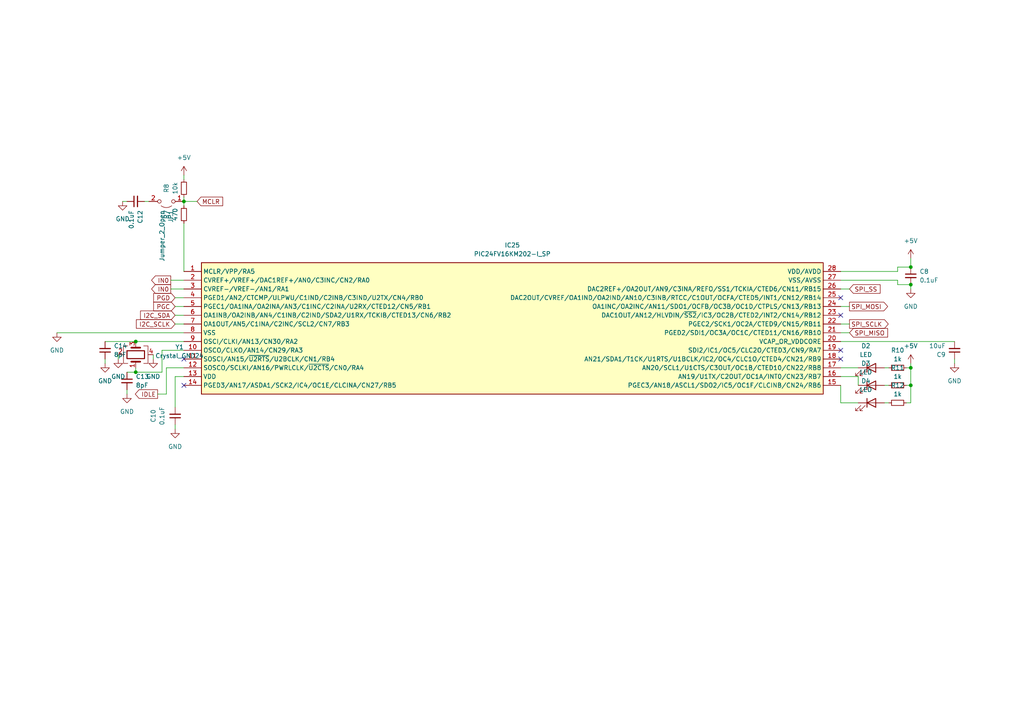
<source format=kicad_sch>
(kicad_sch (version 20230121) (generator eeschema)
  (paper "A4")
  (lib_symbols
    (symbol "Device:C_Small" (pin_numbers hide) (pin_names (offset 0.254) hide)
      (property "Reference" "C" (at 0.254 1.778 0))
      (property "Value" "C_Small" (at 0.254 -2.032 0))
      (symbol "C_Small_0_1"
        (polyline (pts (xy -1.524 -0.508) (xy 1.524 -0.508)) (stroke (width 0.3302)))
        (polyline (pts (xy -1.524 0.508) (xy 1.524 0.508)) (stroke (width 0.3048)))
      )
      (symbol "C_Small_1_1"
        (pin passive line (at 0 2.54 270) (length 2.032) (name "~") (number "1"))
        (pin passive line (at 0 -2.54 90) (length 2.032) (name "~") (number "2"))
      )
    )
    (symbol "Device:Crystal_GND24" (pin_names (offset 1.016) hide)
      (property "Reference" "Y" (at 3.175 5.08 0))
      (property "Value" "Crystal_GND24" (at 3.175 3.175 0))
      (symbol "Crystal_GND24_0_1"
        (rectangle (start -1.143 2.54) (end 1.143 -2.54) (stroke (width 0.3048)))
        (polyline (pts (xy -2.54 0) (xy -2.032 0)))
        (polyline (pts (xy -2.032 -1.27) (xy -2.032 1.27)) (stroke (width 0.508)))
        (polyline (pts (xy 0 -3.81) (xy 0 -3.556)))
        (polyline (pts (xy 0 3.556) (xy 0 3.81)))
        (polyline (pts (xy 2.032 -1.27) (xy 2.032 1.27)) (stroke (width 0.508)))
        (polyline (pts (xy 2.032 0) (xy 2.54 0)))
        (polyline (pts (xy -2.54 -2.286) (xy -2.54 -3.556) (xy 2.54 -3.556) (xy 2.54 -2.286)))
        (polyline (pts (xy -2.54 2.286) (xy -2.54 3.556) (xy 2.54 3.556) (xy 2.54 2.286)))
      )
      (symbol "Crystal_GND24_1_1"
        (pin passive line (at -3.81 0 0) (length 1.27) (name "1") (number "1"))
        (pin passive line (at 0 5.08 270) (length 1.27) (name "2") (number "2"))
        (pin passive line (at 3.81 0 180) (length 1.27) (name "3") (number "3"))
        (pin passive line (at 0 -5.08 90) (length 1.27) (name "4") (number "4"))
      )
    )
    (symbol "Device:LED" (pin_numbers hide) (pin_names (offset 1.016) hide)
      (property "Reference" "D" (at 0 2.54 0))
      (property "Value" "LED" (at 0 -2.54 0))
      (symbol "LED_0_1"
        (polyline (pts (xy -1.27 -1.27) (xy -1.27 1.27)) (stroke (width 0.254)))
        (polyline (pts (xy -1.27 0) (xy 1.27 0)))
        (polyline (pts (xy 1.27 -1.27) (xy 1.27 1.27) (xy -1.27 0) (xy 1.27 -1.27)) (stroke (width 0.254)))
        (polyline (pts (xy -3.048 -0.762) (xy -4.572 -2.286) (xy -3.81 -2.286) (xy -4.572 -2.286) (xy -4.572 -1.524)))
        (polyline (pts (xy -1.778 -0.762) (xy -3.302 -2.286) (xy -2.54 -2.286) (xy -3.302 -2.286) (xy -3.302 -1.524)))
      )
      (symbol "LED_1_1"
        (pin passive line (at -3.81 0 0) (length 2.54) (name "K") (number "1"))
        (pin passive line (at 3.81 0 180) (length 2.54) (name "A") (number "2"))
      )
    )
    (symbol "Device:R_Small" (pin_numbers hide) (pin_names (offset 0.254) hide)
      (property "Reference" "R" (at 0.762 0.508 0))
      (property "Value" "R_Small" (at 0.762 -1.016 0))
      (symbol "R_Small_0_1"
        (rectangle (start -0.762 1.778) (end 0.762 -1.778) (stroke (width 0.2032)))
      )
      (symbol "R_Small_1_1"
        (pin passive line (at 0 2.54 270) (length 0.762) (name "~") (number "1"))
        (pin passive line (at 0 -2.54 90) (length 0.762) (name "~") (number "2"))
      )
    )
    (symbol "Jumper:Jumper_2_Open" (pin_names (offset 0) hide)
      (property "Reference" "JP" (at 0 2.794 0))
      (property "Value" "Jumper_2_Open" (at 0 -2.286 0))
      (symbol "Jumper_2_Open_0_0"
        (circle (center -2.032 0) (radius 0.508))
        (circle (center 2.032 0) (radius 0.508))
      )
      (symbol "Jumper_2_Open_0_1"
        (arc (start 1.524 1.27) (mid 0 1.778) (end -1.524 1.27))
      )
      (symbol "Jumper_2_Open_1_1"
        (pin passive line (at -5.08 0 0) (length 2.54) (name "A") (number "1"))
        (pin passive line (at 5.08 0 180) (length 2.54) (name "B") (number "2"))
      )
    )
    (symbol "PIC24FV16KM202-I_SP:PIC24FV16KM202-I_SP"
      (property "Reference" "IC" (at 186.69 7.62 0))
      (property "Value" "PIC24FV16KM202-I_SP" (at 186.69 5.08 0))
      (symbol "PIC24FV16KM202-I_SP_1_1"
        (rectangle (start 5.08 2.54) (end 185.42 -35.56) (stroke (width 0.254)) (fill (type background)))
        (pin passive line (at 0 0 0) (length 5.08) (name "MCLR/VPP/RA5") (number "1"))
        (pin bidirectional line (at 0 -22.86 0) (length 5.08) (name "OSCO/CLKO/AN14/CN29/RA3") (number "10"))
        (pin bidirectional line (at 0 -25.4 0) (length 5.08) (name "SOSCI/AN15/~{U2RTS}/U2BCLK/CN1/RB4") (number "11"))
        (pin bidirectional line (at 0 -27.94 0) (length 5.08) (name "SOSCO/SCLKI/AN16/PWRLCLK/~{U2CTS}/CN0/RA4") (number "12"))
        (pin power_in line (at 0 -30.48 0) (length 5.08) (name "VDD") (number "13"))
        (pin bidirectional line (at 0 -33.02 0) (length 5.08) (name "PGED3/AN17/ASDA1/SCK2/IC4/OC1E/CLCINA/CN27/RB5") (number "14"))
        (pin bidirectional line (at 190.5 -33.02 180) (length 5.08) (name "PGEC3/AN18/ASCL1/SDO2/IC5/OC1F/CLCINB/CN24/RB6") (number "15"))
        (pin bidirectional line (at 190.5 -30.48 180) (length 5.08) (name "AN19/U1TX/C2OUT/OC1A/INT0/CN23/RB7") (number "16"))
        (pin bidirectional line (at 190.5 -27.94 180) (length 5.08) (name "AN20/SCL1/U1CTS/C3OUT/OC1B/CTED10/CN22/RB8") (number "17"))
        (pin bidirectional line (at 190.5 -25.4 180) (length 5.08) (name "AN21/SDA1/T1CK/U1RTS/U1BCLK/IC2/OC4/CLC1O/CTED4/CN21/RB9") (number "18"))
        (pin bidirectional line (at 190.5 -22.86 180) (length 5.08) (name "SDI2/IC1/OC5/CLC2O/CTED3/CN9/RA7") (number "19"))
        (pin bidirectional line (at 0 -2.54 0) (length 5.08) (name "CVREF+/VREF+/DAC1REF+/AN0/C3INC/CN2/RA0") (number "2"))
        (pin passive line (at 190.5 -20.32 180) (length 5.08) (name "VCAP_OR_VDDCORE") (number "20"))
        (pin bidirectional line (at 190.5 -17.78 180) (length 5.08) (name "PGED2/SDI1/OC3A/OC1C/CTED11/CN16/RB10") (number "21"))
        (pin bidirectional line (at 190.5 -15.24 180) (length 5.08) (name "PGEC2/SCK1/OC2A/CTED9/CN15/RB11") (number "22"))
        (pin bidirectional line (at 190.5 -12.7 180) (length 5.08) (name "DAC1OUT/AN12/HLVDIN/~{SS2}/IC3/OC2B/CTED2/INT2/CN14/RB12") (number "23"))
        (pin bidirectional line (at 190.5 -10.16 180) (length 5.08) (name "OA1INC/OA2INC/AN11/SDO1/OCFB/OC3B/OC1D/CTPLS/CN13/RB13") (number "24"))
        (pin bidirectional line (at 190.5 -7.62 180) (length 5.08) (name "DAC2OUT/CVREF/OA1IND/OA2IND/AN10/C3INB/RTCC/C1OUT/OCFA/CTED5/INT1/CN12/RB14") (number "25"))
        (pin bidirectional line (at 190.5 -5.08 180) (length 5.08) (name "DAC2REF+/OA2OUT/AN9/C3INA/REFO/SS1/TCKIA/CTED6/CN11/RB15") (number "26"))
        (pin power_in line (at 190.5 -2.54 180) (length 5.08) (name "VSS/AVSS") (number "27"))
        (pin power_in line (at 190.5 0 180) (length 5.08) (name "VDD/AVDD") (number "28"))
        (pin bidirectional line (at 0 -5.08 0) (length 5.08) (name "CVREF-/VREF-/AN1/RA1") (number "3"))
        (pin bidirectional line (at 0 -7.62 0) (length 5.08) (name "PGED1/AN2/CTCMP/ULPWU/C1IND/C2INB/C3IND/U2TX/CN4/RB0") (number "4"))
        (pin bidirectional line (at 0 -10.16 0) (length 5.08) (name "PGEC1/OA1INA/OA2INA/AN3/C1INC/C2INA/U2RX/CTED12/CN5/RB1") (number "5"))
        (pin bidirectional line (at 0 -12.7 0) (length 5.08) (name "OA1INB/OA2INB/AN4/C1INB/C2IND/SDA2/U1RX/TCKIB/CTED13/CN6/RB2") (number "6"))
        (pin bidirectional line (at 0 -15.24 0) (length 5.08) (name "OA1OUT/AN5/C1INA/C2INC/SCL2/CN7/RB3") (number "7"))
        (pin power_in line (at 0 -17.78 0) (length 5.08) (name "VSS") (number "8"))
        (pin bidirectional line (at 0 -20.32 0) (length 5.08) (name "OSCI/CLKI/AN13/CN30/RA2") (number "9"))
      )
    )
    (symbol "power:+5V" (power) (pin_names (offset 0))
      (property "Value" "+5V" (at 0 3.556 0))
      (symbol "+5V_0_1"
        (polyline (pts (xy -0.762 1.27) (xy 0 2.54)))
        (polyline (pts (xy 0 0) (xy 0 2.54)))
        (polyline (pts (xy 0 2.54) (xy 0.762 1.27)))
      )
      (symbol "+5V_1_1"
        (pin power_in line (at 0 0 90) (length 0) hide (name "+5V") (number "1"))
      )
    )
    (symbol "power:GND" (power) (pin_names (offset 0))
      (property "Value" "GND" (at 0 -3.81 0))
      (symbol "GND_0_1"
        (polyline (pts (xy 0 0) (xy 0 -1.27) (xy 1.27 -1.27) (xy 0 -2.54) (xy -1.27 -1.27) (xy 0 -1.27)))
      )
      (symbol "GND_1_1"
        (pin power_in line (at 0 0 270) (length 0) hide (name "GND") (number "1"))
      )
    )
  )
  (junction (at 53.34 58.42))
  (junction (at 39.37 99.06))
  (junction (at 264.16 111.76))
  (junction (at 264.16 106.68))
  (junction (at 264.16 77.47))
  (junction (at 39.37 107.95))
  (junction (at 264.16 82.55))
  (no_connect (at 243.84 104.14))
  (no_connect (at 53.34 111.76))
  (no_connect (at 243.84 101.6))
  (no_connect (at 53.34 104.14))
  (no_connect (at 243.84 91.44))
  (no_connect (at 243.84 86.36))
  (wire (pts (xy 49.53 83.82) (xy 53.34 83.82)))
  (wire (pts (xy 30.48 99.06) (xy 39.37 99.06)))
  (wire (pts (xy 260.35 82.55) (xy 264.16 82.55)))
  (wire (pts (xy 44.45 102.87) (xy 44.45 104.14)))
  (wire (pts (xy 243.84 116.84) (xy 248.92 116.84)))
  (wire (pts (xy 39.37 106.68) (xy 39.37 107.95)))
  (wire (pts (xy 243.84 106.68) (xy 248.92 106.68)))
  (wire (pts (xy 243.84 81.28) (xy 260.35 81.28)))
  (wire (pts (xy 243.84 99.06) (xy 276.86 99.06)))
  (wire (pts (xy 264.16 74.93) (xy 264.16 77.47)))
  (wire (pts (xy 45.72 114.3) (xy 48.26 114.3)))
  (wire (pts (xy 262.89 116.84) (xy 264.16 116.84)))
  (wire (pts (xy 39.37 107.95) (xy 46.99 107.95)))
  (wire (pts (xy 50.8 118.11) (xy 50.8 109.22)))
  (wire (pts (xy 50.8 93.98) (xy 53.34 93.98)))
  (wire (pts (xy 49.53 81.28) (xy 53.34 81.28)))
  (wire (pts (xy 248.92 109.22) (xy 248.92 111.76)))
  (wire (pts (xy 46.99 101.6) (xy 53.34 101.6)))
  (wire (pts (xy 16.51 96.52) (xy 53.34 96.52)))
  (wire (pts (xy 260.35 77.47) (xy 264.16 77.47)))
  (wire (pts (xy 243.84 111.76) (xy 243.84 116.84)))
  (wire (pts (xy 30.48 104.14) (xy 30.48 105.41)))
  (wire (pts (xy 262.89 106.68) (xy 264.16 106.68)))
  (wire (pts (xy 50.8 109.22) (xy 53.34 109.22)))
  (wire (pts (xy 243.84 93.98) (xy 246.38 93.98)))
  (wire (pts (xy 264.16 82.55) (xy 264.16 83.82)))
  (wire (pts (xy 243.84 78.74) (xy 260.35 78.74)))
  (wire (pts (xy 256.54 106.68) (xy 257.81 106.68)))
  (wire (pts (xy 36.83 58.42) (xy 35.56 58.42)))
  (wire (pts (xy 53.34 58.42) (xy 53.34 59.69)))
  (wire (pts (xy 48.26 106.68) (xy 53.34 106.68)))
  (wire (pts (xy 36.83 107.95) (xy 39.37 107.95)))
  (wire (pts (xy 276.86 104.14) (xy 276.86 105.41)))
  (wire (pts (xy 53.34 64.77) (xy 53.34 78.74)))
  (wire (pts (xy 246.38 96.52) (xy 243.84 96.52)))
  (wire (pts (xy 246.38 83.82) (xy 243.84 83.82)))
  (wire (pts (xy 43.18 58.42) (xy 41.91 58.42)))
  (wire (pts (xy 39.37 99.06) (xy 53.34 99.06)))
  (wire (pts (xy 48.26 106.68) (xy 48.26 114.3)))
  (wire (pts (xy 256.54 111.76) (xy 257.81 111.76)))
  (wire (pts (xy 264.16 111.76) (xy 264.16 116.84)))
  (wire (pts (xy 260.35 77.47) (xy 260.35 78.74)))
  (wire (pts (xy 53.34 58.42) (xy 57.15 58.42)))
  (wire (pts (xy 243.84 109.22) (xy 248.92 109.22)))
  (wire (pts (xy 50.8 91.44) (xy 53.34 91.44)))
  (wire (pts (xy 246.38 88.9) (xy 243.84 88.9)))
  (wire (pts (xy 50.8 123.19) (xy 50.8 124.46)))
  (wire (pts (xy 260.35 81.28) (xy 260.35 82.55)))
  (wire (pts (xy 36.83 113.03) (xy 36.83 114.3)))
  (wire (pts (xy 264.16 106.68) (xy 264.16 111.76)))
  (wire (pts (xy 50.8 86.36) (xy 53.34 86.36)))
  (wire (pts (xy 53.34 57.15) (xy 53.34 58.42)))
  (wire (pts (xy 50.8 88.9) (xy 53.34 88.9)))
  (wire (pts (xy 262.89 111.76) (xy 264.16 111.76)))
  (wire (pts (xy 34.29 102.87) (xy 34.29 104.14)))
  (wire (pts (xy 256.54 116.84) (xy 257.81 116.84)))
  (wire (pts (xy 46.99 107.95) (xy 46.99 101.6)))
  (wire (pts (xy 264.16 105.41) (xy 264.16 106.68)))
  (wire (pts (xy 53.34 52.07) (xy 53.34 50.8)))
  (global_label "I2C_SCLK" (shape input) (at 50.8 93.98 180) (property "Intersheetrefs" "${INTERSHEET_REFS}" (effects hide)))
  (global_label "I2C_SDA" (shape input) (at 50.8 91.44 180) (property "Intersheetrefs" "${INTERSHEET_REFS}" (effects hide)))
  (global_label "SPI_MOSI" (shape output) (at 246.38 88.9 0) (property "Intersheetrefs" "${INTERSHEET_REFS}" (effects hide)))
  (global_label "IN0" (shape output) (at 49.53 81.28 180) (property "Intersheetrefs" "${INTERSHEET_REFS}" (effects hide)))
  (global_label "SPI_MISO" (shape input) (at 246.38 96.52 0) (property "Intersheetrefs" "${INTERSHEET_REFS}" (effects hide)))
  (global_label "IDLE" (shape output) (at 45.72 114.3 180) (property "Intersheetrefs" "${INTERSHEET_REFS}" (effects hide)))
  (global_label "IN0" (shape output) (at 49.53 83.82 180) (property "Intersheetrefs" "${INTERSHEET_REFS}" (effects hide)))
  (global_label "SPI_SCLK" (shape output) (at 246.38 93.98 0) (property "Intersheetrefs" "${INTERSHEET_REFS}" (effects hide)))
  (global_label "SPI_SS" (shape input) (at 246.38 83.82 0) (property "Intersheetrefs" "${INTERSHEET_REFS}" (effects hide)))
  (global_label "MCLR" (shape input) (at 57.15 58.42 0) (property "Intersheetrefs" "${INTERSHEET_REFS}" (effects hide)))
  (global_label "PGD" (shape input) (at 50.8 86.36 180) (property "Intersheetrefs" "${INTERSHEET_REFS}" (effects hide)))
  (global_label "PGC" (shape input) (at 50.8 88.9 180) (property "Intersheetrefs" "${INTERSHEET_REFS}" (effects hide)))
  (symbol (lib_id "power:+5V") (at 264.16 105.41 0) (unit 1)
    (property "Reference" "#PWR053" (effects hide))
    (property "Value" "+5V" (at 264.16 100.33 0))
  )
  (symbol (lib_id "Device:R_Small") (at 53.34 54.61 0) (unit 1)
    (property "Reference" "R8" (at 48.26 54.61 90))
    (property "Value" "10k" (at 50.8 54.61 90))
    (property "Footprint" "Resistor_SMD:R_0805_2012Metric_Pad1.20x1.40mm_HandSolder" (effects hide))
    (instances (project "Resistor Bank Control Board" (path "" (reference "R8") (unit 1)) (path "" (reference "R7") (unit 1))))
  )
  (symbol (lib_id "Device:R_Small") (at 260.35 106.68 90) (unit 1)
    (property "Reference" "R10" (at 260.35 101.6 90))
    (property "Value" "1k" (at 260.35 104.14 90))
    (property "Footprint" "Resistor_SMD:R_0805_2012Metric_Pad1.20x1.40mm_HandSolder" (effects hide))
  )
  (symbol (lib_id "Jumper:Jumper_2_Open") (at 48.26 58.42 180) (unit 1)
    (property "Reference" "JP1" (at 49.53 60.96 90) (effects (justify left)))
    (property "Value" "Jumper_2_Open" (at 46.99 60.96 90) (effects (justify left)))
    (property "Footprint" "Library:HDRV2W67P0X254_1X2_508X241X858P" (effects hide))
  )
  (symbol (lib_id "power:+5V") (at 53.34 50.8 0) (unit 1)
    (property "Reference" "#PWR050" (effects hide))
    (property "Value" "+5V" (at 53.34 45.72 0))
  )
  (symbol (lib_id "Device:R_Small") (at 260.35 116.84 90) (unit 1)
    (property "Reference" "R12" (at 260.35 111.76 90))
    (property "Value" "1k" (at 260.35 114.3 90))
    (property "Footprint" "Resistor_SMD:R_0805_2012Metric_Pad1.20x1.40mm_HandSolder" (effects hide))
  )
  (symbol (lib_id "Device:LED") (at 252.73 106.68 0) (unit 1)
    (property "Reference" "D2" (at 251.1425 100.33 0))
    (property "Value" "LED" (at 251.1425 102.87 0))
    (property "Footprint" "LED_SMD:LED_0805_2012Metric_Pad1.15x1.40mm_HandSolder" (effects hide))
  )
  (symbol (lib_id "Device:R_Small") (at 260.35 111.76 90) (unit 1)
    (property "Reference" "R11" (at 260.35 106.68 90))
    (property "Value" "1k" (at 260.35 109.22 90))
    (property "Footprint" "Resistor_SMD:R_0805_2012Metric_Pad1.20x1.40mm_HandSolder" (effects hide))
  )
  (symbol (lib_id "power:GND") (at 30.48 105.41 0) (unit 1)
    (property "Reference" "#PWR051" (effects hide))
    (property "Value" "GND" (at 30.48 110.49 0))
  )
  (symbol (lib_id "Device:C_Small") (at 36.83 110.49 0) (unit 1)
    (property "Reference" "C13" (at 39.37 109.2263 0) (effects (justify left)))
    (property "Value" "8pF" (at 39.37 111.7663 0) (effects (justify left)))
    (property "Footprint" "Capacitor_SMD:C_0805_2012Metric_Pad1.18x1.45mm_HandSolder" (effects hide))
  )
  (symbol (lib_id "power:GND") (at 35.56 58.42 0) (unit 1)
    (property "Reference" "#PWR049" (effects hide))
    (property "Value" "GND" (at 35.56 63.5 0))
  )
  (symbol (lib_id "power:GND") (at 44.45 104.14 0) (unit 1)
    (property "Reference" "#PWR064" (effects hide))
    (property "Value" "GND" (at 44.45 109.22 0))
  )
  (symbol (lib_id "Device:LED") (at 252.73 116.84 0) (unit 1)
    (property "Reference" "D4" (at 251.1425 110.49 0))
    (property "Value" "LED" (at 251.1425 113.03 0))
    (property "Footprint" "LED_SMD:LED_0805_2012Metric_Pad1.15x1.40mm_HandSolder" (effects hide))
  )
  (symbol (lib_id "Device:C_Small") (at 50.8 120.65 180) (unit 1)
    (property "Reference" "C10" (at 44.45 120.6437 90))
    (property "Value" "0.1uF" (at 46.99 120.6437 90))
    (property "Footprint" "Capacitor_SMD:C_0805_2012Metric_Pad1.18x1.45mm_HandSolder" (effects hide))
  )
  (symbol (lib_id "power:GND") (at 50.8 124.46 0) (unit 1)
    (property "Reference" "#PWR057" (effects hide))
    (property "Value" "GND" (at 50.8 129.54 0))
  )
  (symbol (lib_id "Device:Crystal_GND24") (at 39.37 102.87 90) (unit 1)
    (property "Reference" "Y1" (at 52.07 100.6541 90))
    (property "Value" "Crystal_GND24" (at 52.07 103.1941 90))
    (property "Footprint" "Library:ABM8G" (effects hide))
  )
  (symbol (lib_id "Device:C_Small") (at 39.37 58.42 90) (unit 1)
    (property "Reference" "C12" (at 40.6464 60.96 0) (effects (justify right)))
    (property "Value" "0.1uF" (at 38.1064 60.96 0) (effects (justify right)))
    (property "Footprint" "Capacitor_SMD:C_0805_2012Metric_Pad1.18x1.45mm_HandSolder" (effects hide))
    (instances (project "Resistor Bank Control Board" (path "" (reference "C12") (unit 1)) (path "" (reference "C11") (unit 1))))
  )
  (symbol (lib_id "Device:C_Small") (at 276.86 101.6 180) (unit 1)
    (property "Reference" "C9" (at 274.32 102.8637 0) (effects (justify left)))
    (property "Value" "10uF" (at 274.32 100.3237 0) (effects (justify left)))
    (property "Footprint" "Capacitor_SMD:C_0805_2012Metric_Pad1.18x1.45mm_HandSolder" (effects hide))
  )
  (symbol (lib_id "power:+5V") (at 264.16 74.93 0) (unit 1)
    (property "Reference" "#PWR055" (effects hide))
    (property "Value" "+5V" (at 264.16 69.85 0))
  )
  (symbol (lib_id "power:GND") (at 264.16 83.82 0) (unit 1)
    (property "Reference" "#PWR056" (effects hide))
    (property "Value" "GND" (at 264.16 88.9 0))
  )
  (symbol (lib_id "power:GND") (at 34.29 104.14 0) (unit 1)
    (property "Reference" "#PWR065" (effects hide))
    (property "Value" "GND" (at 34.29 109.22 0))
  )
  (symbol (lib_id "Device:C_Small") (at 30.48 101.6 180) (unit 1)
    (property "Reference" "C14" (at 33.02 100.3236 0) (effects (justify right)))
    (property "Value" "8pF" (at 33.02 102.8636 0) (effects (justify right)))
    (property "Footprint" "Capacitor_SMD:C_0805_2012Metric_Pad1.18x1.45mm_HandSolder" (effects hide))
    (instances (project "Resistor Bank Control Board" (path "" (reference "C14") (unit 1)) (path "" (reference "C12") (unit 1))))
  )
  (symbol (lib_id "power:GND") (at 276.86 105.41 0) (unit 1)
    (property "Reference" "#PWR054" (effects hide))
    (property "Value" "GND" (at 276.86 110.49 0))
  )
  (symbol (lib_id "Device:LED") (at 252.73 111.76 0) (unit 1)
    (property "Reference" "D3" (at 251.1425 105.41 0))
    (property "Value" "LED" (at 251.1425 107.95 0))
    (property "Footprint" "LED_SMD:LED_0805_2012Metric_Pad1.15x1.40mm_HandSolder" (effects hide))
  )
  (symbol (lib_id "power:GND") (at 16.51 96.52 0) (unit 1)
    (property "Reference" "#PWR058" (effects hide))
    (property "Value" "GND" (at 16.51 101.6 0))
  )
  (symbol (lib_id "power:GND") (at 36.83 114.3 0) (unit 1)
    (property "Reference" "#PWR052" (effects hide))
    (property "Value" "GND" (at 36.83 119.38 0))
  )
  (symbol (lib_id "Device:C_Small") (at 264.16 80.01 0) (unit 1)
    (property "Reference" "C8" (at 266.7 78.7463 0) (effects (justify left)))
    (property "Value" "0.1uF" (at 266.7 81.2863 0) (effects (justify left)))
    (property "Footprint" "Capacitor_SMD:C_0805_2012Metric_Pad1.18x1.45mm_HandSolder" (effects hide))
  )
  (symbol (lib_id "Device:R_Small") (at 53.34 62.23 180) (unit 1)
    (property "Reference" "R7" (at 48.26 62.23 90))
    (property "Value" "470" (at 50.8 62.23 90))
    (property "Footprint" "Resistor_SMD:R_0805_2012Metric_Pad1.20x1.40mm_HandSolder" (effects hide))
    (instances (project "Resistor Bank Control Board" (path "" (reference "R7") (unit 1)) (path "" (reference "R8") (unit 1))))
  )
  (symbol (lib_id "PIC24FV16KM202-I_SP:PIC24FV16KM202-I_SP") (at 53.34 78.74 0) (unit 1)
    (property "Reference" "IC25" (at 148.59 71.12 0))
    (property "Value" "PIC24FV16KM202-I_SP" (at 148.59 73.66 0))
    (property "Footprint" "Library:DIP794W56P254L3486H508Q28N" (effects hide))
    (property "Datasheet" "https://datasheet.datasheetarchive.com/originals/distributors/Datasheets-DGA25/1726832.pdf" (effects hide))
    (property "Height" "5.08" (effects hide))
    (property "Mouser Part Number" "579-24FV16KM202I/SP" (effects hide))
    (property "Mouser Price/Stock" "https://www.mouser.co.uk/ProductDetail/Microchip-Technology/PIC24FV16KM202-I-SP?qs=AU9dwobXBbCLsrF9G2AkZw%3D%3D" (effects hide))
    (property "Manufacturer_Name" "Microchip" (effects hide))
    (property "Manufacturer_Part_Number" "PIC24FV16KM202-I/SP" (effects hide))
  )
)
</source>
